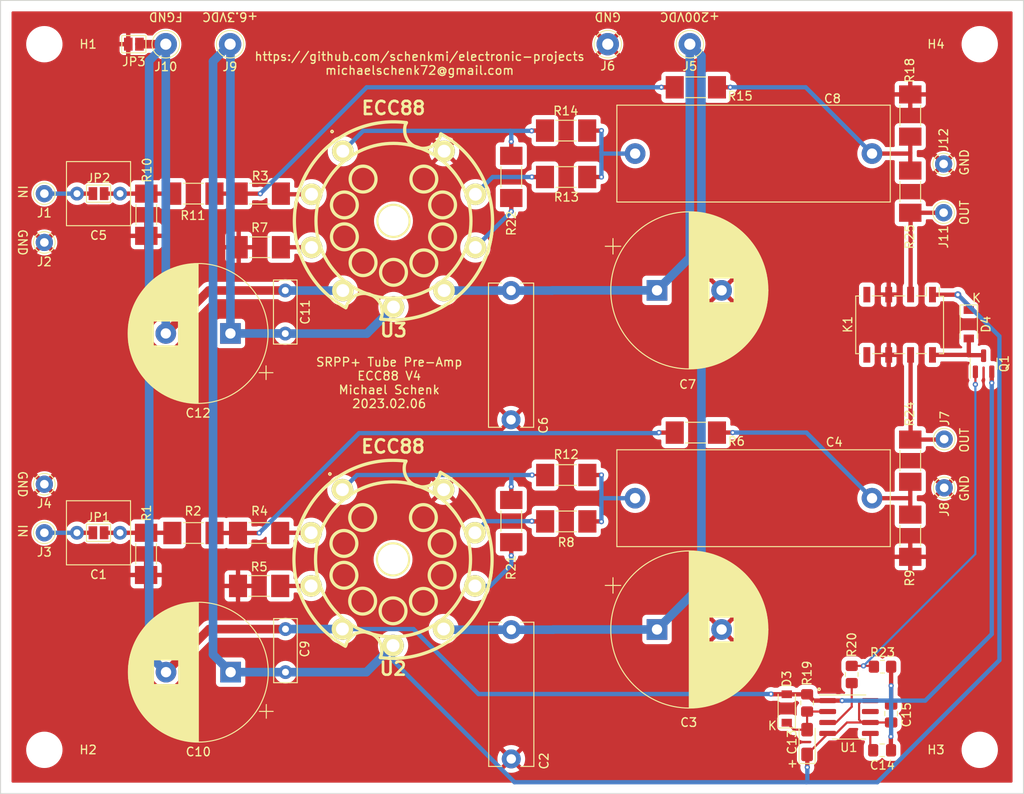
<source format=kicad_pcb>
(kicad_pcb (version 20221018) (generator pcbnew)
  (layers (0 "F.Cu" signal) (31 "B.Cu" signal) (34 "B.Paste" user) (35 "F.Paste" user) (36 "B.SilkS" user "B.Silkscreen") (37 "F.SilkS" user "F.Silkscreen") (38 "B.Mask" user) (39 "F.Mask" user) (44 "Edge.Cuts" user))
  (net 0 "")
  (net 1 "Net-(C1-Pad2)")
  (net 2 "Net-(C1-Pad1)")
  (net 3 "GND")
  (net 4 "VDDA")
  (net 5 "Net-(C4-Pad2)")
  (net 6 "Net-(C4-Pad1)")
  (net 7 "Net-(C8-Pad1)")
  (net 8 "Net-(C5-Pad2)")
  (net 9 "Net-(C5-Pad1)")
  (net 10 "Net-(C8-Pad2)")
  (net 11 "FVCC")
  (net 12 "Net-(R11-Pad1)")
  (net 13 "FGND")
  (net 14 "Net-(R2-Pad1)")
  (net 15 "Net-(R3-Pad2)")
  (net 16 "Net-(R4-Pad2)")
  (net 17 "Net-(C13-Pad2)")
  (net 18 "Net-(C14-Pad1)")
  (net 19 "Net-(D4-Pad2)")
  (net 20 "Net-(J11-Pad1)")
  (net 21 "Net-(Q1-Pad1)")
  (net 22 "Net-(R20-Pad2)")
  (net 23 "Net-(J7-Pad1)")
  (net 27 "Net-(R5-Pad1)")
  (net 28 "Net-(R7-Pad1)")
  (net 29 "Net-(R8-Pad1)")
  (net 30 "Net-(R12-Pad2)")
  (net 31 "Net-(R13-Pad1)")
  (net 32 "Net-(R14-Pad2)")
  (net 33 "Net-(R21-Pad2)")
  (net 34 "Net-(R22-Pad2)")
  (footprint "Capacitor_THT:C_Rect_L7.2mm_W7.2mm_P5.00mm_FKS2_FKP2_MKS2_MKP2" (layer "F.Cu") (at 52.5996 132.9182 180)
    (fp_text reference "C1" (at 2.5 -4.85) (layer "F.SilkS"))
    (fp_text value "3.3uF")
    (pad "1" thru_hole circle (at 0 0 180) (size 1.6 1.6) (drill 0.8) (layers "*.Cu" "*.Mask") (net 2 "Net-(C1-Pad1)"))
    (pad "2" thru_hole circle (at 5 0 180) (size 1.6 1.6) (drill 0.8) (layers "*.Cu" "*.Mask") (net 1 "Net-(C1-Pad2)"))
  )
  (footprint "Capacitor_THT:C_Rect_L16.5mm_W5.0mm_P15.00mm_MKT" (layer "F.Cu") (at 98.0186 144.1704 -90)
    (fp_text reference "C2" (at 15.24 -3.81 90) (layer "F.SilkS"))
    (fp_text value "100nF")
    (pad "1" thru_hole circle (at 0 0 270) (size 2.2 2.2) (drill 1.1) (layers "*.Cu" "*.Mask") (net 4 "VDDA"))
    (pad "2" thru_hole circle (at 15 0 270) (size 2.2 2.2) (drill 1.1) (layers "*.Cu" "*.Mask") (net 3 "GND"))
  )
  (footprint "Capacitor_THT:CP_Radial_D18.0mm_P7.50mm" (layer "F.Cu") (at 114.935 144.145)
    (fp_text reference "C3" (at 3.683 10.795) (layer "F.SilkS"))
    (fp_text value "100uF")
    (pad "1" thru_hole rect (at 0 0) (size 2.4 2.4) (drill 1.2) (layers "*.Cu" "*.Mask") (net 4 "VDDA"))
    (pad "2" thru_hole circle (at 7.5 0) (size 2.4 2.4) (drill 1.2) (layers "*.Cu" "*.Mask") (net 3 "GND"))
  )
  (footprint "Capacitor_THT:C_Rect_L31.5mm_W11.0mm_P27.50mm_MKS4" (layer "F.Cu") (at 139.895 128.905 180)
    (fp_text reference "C4" (at 4.386 6.5024) (layer "F.SilkS"))
    (fp_text value "2.2uF")
    (pad "1" thru_hole circle (at 0 0 180) (size 2.4 2.4) (drill 1.2) (layers "*.Cu" "*.Mask") (net 6 "Net-(C4-Pad1)"))
    (pad "2" thru_hole circle (at 27.5 0 180) (size 2.4 2.4) (drill 1.2) (layers "*.Cu" "*.Mask") (net 5 "Net-(C4-Pad2)"))
  )
  (footprint "MountingHole:MountingHole_3.2mm_M3" (layer "F.Cu") (at 43.815 76.2)
    (fp_text reference "H1" (at 5.08 0) (layer "F.SilkS"))
    (fp_text value "MountingHole")
    (pad "" np_thru_hole circle (at 0 0) (size 3.2 3.2) (drill 3.2) (layers "*.Cu" "*.Mask"))
  )
  (footprint "MountingHole:MountingHole_3.2mm_M3" (layer "F.Cu") (at 43.815 158.115)
    (fp_text reference "H2" (at 5.08 0) (layer "F.SilkS"))
    (fp_text value "MountingHole")
    (pad "" np_thru_hole circle (at 0 0) (size 3.2 3.2) (drill 3.2) (layers "*.Cu" "*.Mask"))
  )
  (footprint "MountingHole:MountingHole_3.2mm_M3" (layer "F.Cu") (at 152.4 158.115)
    (fp_text reference "H3" (at -5.08 0) (layer "F.SilkS"))
    (fp_text value "MountingHole")
    (pad "" np_thru_hole circle (at 0 0) (size 3.2 3.2) (drill 3.2) (layers "*.Cu" "*.Mask"))
  )
  (footprint "MountingHole:MountingHole_3.2mm_M3" (layer "F.Cu") (at 152.4 76.2)
    (fp_text reference "H4" (at -5.08 0) (layer "F.SilkS"))
    (fp_text value "MountingHole")
    (pad "" np_thru_hole circle (at 0 0) (size 3.2 3.2) (drill 3.2) (layers "*.Cu" "*.Mask"))
  )
  (footprint "Connector_Pin:Pin_D1.0mm_L10.0mm" (layer "F.Cu") (at 43.815 132.9182)
    (fp_text reference "J3" (at 0 2.25) (layer "F.SilkS"))
    (fp_text value "Conn_01x01")
    (pad "1" thru_hole circle (at 0 0) (size 2 2) (drill 1) (layers "*.Cu" "*.Mask") (net 1 "Net-(C1-Pad2)"))
  )
  (footprint "Connector_Pin:Pin_D1.0mm_L10.0mm" (layer "F.Cu") (at 43.815 127.2794)
    (fp_text reference "J4" (at 0 2.25) (layer "F.SilkS"))
    (fp_text value "Conn_01x01")
    (pad "1" thru_hole circle (at 0 0) (size 2 2) (drill 1) (layers "*.Cu" "*.Mask") (net 3 "GND"))
  )
  (footprint "Connector_Pin:Pin_D1.3mm_L11.0mm" (layer "F.Cu") (at 118.745 76.2)
    (fp_text reference "J5" (at 0 2.5654) (layer "F.SilkS"))
    (fp_text value "Conn_01x01")
    (pad "1" thru_hole circle (at 0 0) (size 2.6 2.6) (drill 1.3) (layers "*.Cu" "*.Mask") (net 4 "VDDA"))
  )
  (footprint "Connector_Pin:Pin_D1.3mm_L11.0mm" (layer "F.Cu") (at 109.22 76.2)
    (fp_text reference "J6" (at 0 2.54) (layer "F.SilkS"))
    (fp_text value "Conn_01x01")
    (pad "1" thru_hole circle (at 0 0) (size 2.6 2.6) (drill 1.3) (layers "*.Cu" "*.Mask") (net 3 "GND"))
  )
  (footprint "Connector_Pin:Pin_D1.0mm_L10.0mm" (layer "F.Cu") (at 148.2725 127.6985)
    (fp_text reference "J8" (at 0.0275 2.5015 90) (layer "F.SilkS"))
    (fp_text value "Conn_01x01")
    (pad "1" thru_hole circle (at 0 0) (size 2 2) (drill 1) (layers "*.Cu" "*.Mask") (net 3 "GND"))
  )
  (footprint "Resistor_SMD:R_MELF_MMB-0207" (layer "F.Cu") (at 55.626 135.3682 -90)
    (fp_text reference "R1" (at -4.7432 -0.049 -270) (layer "F.SilkS"))
    (fp_text value "1Meg")
    (pad "1" smd rect (at -2.45 0 270) (size 2.1 2.6) (layers "F.Cu" "F.Paste" "F.Mask") (net 2 "Net-(C1-Pad1)"))
    (pad "2" smd rect (at 2.45 0 270) (size 2.1 2.6) (layers "F.Cu" "F.Paste" "F.Mask") (net 3 "GND"))
  )
  (footprint "Resistor_SMD:R_MELF_MMB-0207" (layer "F.Cu") (at 61.124 132.9436 180)
    (fp_text reference "R2" (at 0.05 2.54) (layer "F.SilkS"))
    (fp_text value "10k")
    (pad "1" smd rect (at -2.45 0 180) (size 2.1 2.6) (layers "F.Cu" "F.Paste" "F.Mask") (net 14 "Net-(R2-Pad1)"))
    (pad "2" smd rect (at 2.45 0 180) (size 2.1 2.6) (layers "F.Cu" "F.Paste" "F.Mask") (net 2 "Net-(C1-Pad1)"))
  )
  (footprint "Resistor_SMD:R_MELF_MMB-0207" (layer "F.Cu") (at 68.8224 93.55)
    (fp_text reference "R3" (at 0.05 -2.05) (layer "F.SilkS"))
    (fp_text value "300R")
    (pad "1" smd rect (at -2.45 0) (size 2.1 2.6) (layers "F.Cu" "F.Paste" "F.Mask") (net 12 "Net-(R11-Pad1)"))
    (pad "2" smd rect (at 2.45 0) (size 2.1 2.6) (layers "F.Cu" "F.Paste" "F.Mask") (net 15 "Net-(R3-Pad2)"))
  )
  (footprint "Resistor_SMD:R_MELF_MMB-0207" (layer "F.Cu") (at 68.744 132.9436)
    (fp_text reference "R4" (at 0.05 -2.54) (layer "F.SilkS"))
    (fp_text value "300R")
    (pad "1" smd rect (at -2.45 0) (size 2.1 2.6) (layers "F.Cu" "F.Paste" "F.Mask") (net 14 "Net-(R2-Pad1)"))
    (pad "2" smd rect (at 2.45 0) (size 2.1 2.6) (layers "F.Cu" "F.Paste" "F.Mask") (net 16 "Net-(R4-Pad2)"))
  )
  (footprint "Resistor_SMD:R_MELF_MMB-0207" (layer "F.Cu") (at 68.7462 139.0904 180)
    (fp_text reference "R5" (at -0.0038 2.2154) (layer "F.SilkS"))
    (fp_text value "200R")
    (pad "1" smd rect (at -2.45 0 180) (size 2.1 2.6) (layers "F.Cu" "F.Paste" "F.Mask") (net 27 "Net-(R5-Pad1)"))
    (pad "2" smd rect (at 2.45 0 180) (size 2.1 2.6) (layers "F.Cu" "F.Paste" "F.Mask") (net 3 "GND"))
  )
  (footprint "Resistor_SMD:R_MELF_MMB-0207" (layer "F.Cu") (at 119.4446 121.290735 180)
    (fp_text reference "R6" (at -4.7106 -1.010265) (layer "F.SilkS"))
    (fp_text value "22k")
    (pad "1" smd rect (at -2.45 0 180) (size 2.1 2.6) (layers "F.Cu" "F.Paste" "F.Mask") (net 6 "Net-(C4-Pad1)"))
    (pad "2" smd rect (at 2.45 0 180) (size 2.1 2.6) (layers "F.Cu" "F.Paste" "F.Mask") (net 14 "Net-(R2-Pad1)"))
  )
  (footprint "Resistor_SMD:R_MELF_MMB-0207" (layer "F.Cu") (at 68.8224 99.7712 180)
    (fp_text reference "R7" (at 0.0224 2.2712) (layer "F.SilkS"))
    (fp_text value "200R")
    (pad "1" smd rect (at -2.45 0 180) (size 2.1 2.6) (layers "F.Cu" "F.Paste" "F.Mask") (net 28 "Net-(R7-Pad1)"))
    (pad "2" smd rect (at 2.45 0 180) (size 2.1 2.6) (layers "F.Cu" "F.Paste" "F.Mask") (net 3 "GND"))
  )
  (footprint "Resistor_SMD:R_MELF_MMB-0207" (layer "F.Cu") (at 104.402105 131.5974)
    (fp_text reference "R8" (at -0.0116 2.4384) (layer "F.SilkS"))
    (fp_text value "150R")
    (pad "1" smd rect (at -2.45 0) (size 2.1 2.6) (layers "F.Cu" "F.Paste" "F.Mask") (net 29 "Net-(R8-Pad1)"))
    (pad "2" smd rect (at 2.45 0) (size 2.1 2.6) (layers "F.Cu" "F.Paste" "F.Mask") (net 5 "Net-(C4-Pad2)"))
  )
  (footprint "Resistor_SMD:R_MELF_MMB-0207" (layer "F.Cu") (at 144.3355 133.26 90)
    (fp_text reference "R9" (at -4.916 -0.0635 90) (layer "F.SilkS"))
    (fp_text value "1Meg")
    (pad "1" smd rect (at -2.45 0 90) (size 2.1 2.6) (layers "F.Cu" "F.Paste" "F.Mask") (net 3 "GND"))
    (pad "2" smd rect (at 2.45 0 90) (size 2.1 2.6) (layers "F.Cu" "F.Paste" "F.Mask") (net 6 "Net-(C4-Pad1)"))
  )
  (footprint "Capacitor_THT:C_Rect_L7.2mm_W7.2mm_P5.00mm_FKS2_FKP2_MKS2_MKP2" (layer "F.Cu") (at 52.6034 93.5482 180)
    (fp_text reference "C5" (at 2.5 -4.85) (layer "F.SilkS"))
    (fp_text value "3.3uF")
    (pad "1" thru_hole circle (at 0 0 180) (size 1.6 1.6) (drill 0.8) (layers "*.Cu" "*.Mask") (net 9 "Net-(C5-Pad1)"))
    (pad "2" thru_hole circle (at 5 0 180) (size 1.6 1.6) (drill 0.8) (layers "*.Cu" "*.Mask") (net 8 "Net-(C5-Pad2)"))
  )
  (footprint "Capacitor_THT:C_Rect_L16.5mm_W5.0mm_P15.00mm_MKT" (layer "F.Cu") (at 97.9932 104.8 -90)
    (fp_text reference "C6" (at 15.635 -3.75 90) (layer "F.SilkS"))
    (fp_text value "100nF")
    (pad "1" thru_hole circle (at 0 0 270) (size 2.2 2.2) (drill 1.1) (layers "*.Cu" "*.Mask") (net 4 "VDDA"))
    (pad "2" thru_hole circle (at 15 0 270) (size 2.2 2.2) (drill 1.1) (layers "*.Cu" "*.Mask") (net 3 "GND"))
  )
  (footprint "Capacitor_THT:CP_Radial_D18.0mm_P7.50mm" (layer "F.Cu") (at 114.935 104.775)
    (fp_text reference "C7" (at 3.556 10.922) (layer "F.SilkS"))
    (fp_text value "100uF")
    (pad "1" thru_hole rect (at 0 0) (size 2.4 2.4) (drill 1.2) (layers "*.Cu" "*.Mask") (net 4 "VDDA"))
    (pad "2" thru_hole circle (at 7.5 0) (size 2.4 2.4) (drill 1.2) (layers "*.Cu" "*.Mask") (net 3 "GND"))
  )
  (footprint "Capacitor_THT:C_Rect_L31.5mm_W11.0mm_P27.50mm_MKS4" (layer "F.Cu") (at 139.895 88.9 180)
    (fp_text reference "C8" (at 4.5892 6.3754) (layer "F.SilkS"))
    (fp_text value "2.2uF")
    (pad "1" thru_hole circle (at 0 0 180) (size 2.4 2.4) (drill 1.2) (layers "*.Cu" "*.Mask") (net 7 "Net-(C8-Pad1)"))
    (pad "2" thru_hole circle (at 27.5 0 180) (size 2.4 2.4) (drill 1.2) (layers "*.Cu" "*.Mask") (net 10 "Net-(C8-Pad2)"))
  )
  (footprint "Connector_Pin:Pin_D1.0mm_L10.0mm" (layer "F.Cu") (at 43.815 93.5482)
    (fp_text reference "J1" (at 0 2.25 180) (layer "F.SilkS"))
    (fp_text value "Conn_01x01")
    (pad "1" thru_hole circle (at 0 0) (size 2 2) (drill 1) (layers "*.Cu" "*.Mask") (net 8 "Net-(C5-Pad2)"))
  )
  (footprint "Connector_Pin:Pin_D1.0mm_L10.0mm" (layer "F.Cu") (at 43.815 99.2124)
    (fp_text reference "J2" (at 0 2.25) (layer "F.SilkS"))
    (fp_text value "Conn_01x01")
    (pad "1" thru_hole circle (at 0 0) (size 2 2) (drill 1) (layers "*.Cu" "*.Mask") (net 3 "GND"))
  )
  (footprint "Connector_Pin:Pin_D1.3mm_L11.0mm" (layer "F.Cu") (at 65.3796 76.2)
    (fp_text reference "J9" (at -0.0254 2.6162) (layer "F.SilkS"))
    (fp_text value "Conn_01x01")
    (pad "1" thru_hole circle (at 0 0) (size 2.6 2.6) (drill 1.3) (layers "*.Cu" "*.Mask") (net 11 "FVCC"))
  )
  (footprint "Connector_Pin:Pin_D1.3mm_L11.0mm" (layer "F.Cu") (at 57.912 76.2)
    (fp_text reference "J10" (at 0 2.6162) (layer "F.SilkS"))
    (fp_text value "Conn_01x01")
    (pad "1" thru_hole circle (at 0 0) (size 2.6 2.6) (drill 1.3) (layers "*.Cu" "*.Mask") (net 13 "FGND"))
  )
  (footprint "Connector_Pin:Pin_D1.0mm_L10.0mm" (layer "F.Cu") (at 148.209 95.758)
    (fp_text reference "J11" (at 0 2.8194 90) (layer "F.SilkS"))
    (fp_text value "Conn_01x01")
    (pad "1" thru_hole circle (at 0 0) (size 2 2) (drill 1) (layers "*.Cu" "*.Mask") (net 20 "Net-(J11-Pad1)"))
  )
  (footprint "Connector_Pin:Pin_D1.0mm_L10.0mm" (layer "F.Cu") (at 148.209 90.1065)
    (fp_text reference "J12" (at 0 -2.8321 90) (layer "F.SilkS"))
    (fp_text value "Conn_01x01")
    (pad "1" thru_hole circle (at 0 0) (size 2 2) (drill 1) (layers "*.Cu" "*.Mask") (net 3 "GND"))
  )
  (footprint "Resistor_SMD:R_MELF_MMB-0207" (layer "F.Cu") (at 55.6514 95.9982 -90)
    (fp_text reference "R10" (at -5.1732 -0.0736 -270) (layer "F.SilkS"))
    (fp_text value "1Meg")
    (pad "1" smd rect (at -2.45 0 270) (size 2.1 2.6) (layers "F.Cu" "F.Paste" "F.Mask") (net 9 "Net-(C5-Pad1)"))
    (pad "2" smd rect (at 2.45 0 270) (size 2.1 2.6) (layers "F.Cu" "F.Paste" "F.Mask") (net 3 "GND"))
  )
  (footprint "Resistor_SMD:R_MELF_MMB-0207" (layer "F.Cu") (at 61.1124 93.5482 180)
    (fp_text reference "R11" (at 0.05 -2.54) (layer "F.SilkS"))
    (fp_text value "10k")
    (pad "1" smd rect (at -2.45 0 180) (size 2.1 2.6) (layers "F.Cu" "F.Paste" "F.Mask") (net 12 "Net-(R11-Pad1)"))
    (pad "2" smd rect (at 2.45 0 180) (size 2.1 2.6) (layers "F.Cu" "F.Paste" "F.Mask") (net 9 "Net-(C5-Pad1)"))
  )
  (footprint "Resistor_SMD:R_MELF_MMB-0207" (layer "F.Cu") (at 104.402105 126.2126 180)
    (fp_text reference "R12" (at 0.0116 2.3876) (layer "F.SilkS"))
    (fp_text value "50.1R")
    (pad "1" smd rect (at -2.45 0 180) (size 2.1 2.6) (layers "F.Cu" "F.Paste" "F.Mask") (net 5 "Net-(C4-Pad2)"))
    (pad "2" smd rect (at 2.45 0 180) (size 2.1 2.6) (layers "F.Cu" "F.Paste" "F.Mask") (net 30 "Net-(R12-Pad2)"))
  )
  (footprint "Resistor_SMD:R_MELF_MMB-0207" (layer "F.Cu") (at 104.3824 91.6178)
    (fp_text reference "R13" (at 0.0392 2.3368) (layer "F.SilkS"))
    (fp_text value "150R")
    (pad "1" smd rect (at -2.45 0) (size 2.1 2.6) (layers "F.Cu" "F.Paste" "F.Mask") (net 31 "Net-(R13-Pad1)"))
    (pad "2" smd rect (at 2.45 0) (size 2.1 2.6) (layers "F.Cu" "F.Paste" "F.Mask") (net 10 "Net-(C8-Pad2)"))
  )
  (footprint "Resistor_SMD:R_MELF_MMB-0207" (layer "F.Cu") (at 104.3824 86.233 180)
    (fp_text reference "R14" (at 0.0392 2.286) (layer "F.SilkS"))
    (fp_text value "50.1R")
    (pad "1" smd rect (at -2.45 0 180) (size 2.1 2.6) (layers "F.Cu" "F.Paste" "F.Mask") (net 10 "Net-(C8-Pad2)"))
    (pad "2" smd rect (at 2.45 0 180) (size 2.1 2.6) (layers "F.Cu" "F.Paste" "F.Mask") (net 32 "Net-(R14-Pad2)"))
  )
  (footprint "Resistor_SMD:R_MELF_MMB-0207" (layer "F.Cu") (at 119.4446 81.2038 180)
    (fp_text reference "R15" (at -5.1424 -1.016) (layer "F.SilkS"))
    (fp_text value "22k")
    (pad "1" smd rect (at -2.45 0 180) (size 2.1 2.6) (layers "F.Cu" "F.Paste" "F.Mask") (net 7 "Net-(C8-Pad1)"))
    (pad "2" smd rect (at 2.45 0 180) (size 2.1 2.6) (layers "F.Cu" "F.Paste" "F.Mask") (net 12 "Net-(R11-Pad1)"))
  )
  (footprint "Resistor_SMD:R_MELF_MMB-0207" (layer "F.Cu") (at 144.3355 84.4815 90)
    (fp_text reference "R18" (at 5.2335 -0.0635 90) (layer "F.SilkS"))
    (fp_text value "1Meg")
    (pad "1" smd rect (at -2.45 0 90) (size 2.1 2.6) (layers "F.Cu" "F.Paste" "F.Mask") (net 7 "Net-(C8-Pad1)"))
    (pad "2" smd rect (at 2.45 0 90) (size 2.1 2.6) (layers "F.Cu" "F.Paste" "F.Mask") (net 3 "GND"))
  )
  (footprint "Capacitor_THT:C_Rect_L7.2mm_W2.5mm_P5.00mm_FKS2_FKP2_MKS2_MKP2" (layer "F.Cu") (at 71.8058 149.098 90)
    (fp_text reference "C9" (at 2.698 2.2442 90) (layer "F.SilkS"))
    (fp_text value "100nF")
    (pad "1" thru_hole circle (at 0 0 90) (size 1.6 1.6) (drill 0.8) (layers "*.Cu" "*.Mask") (net 11 "FVCC"))
    (pad "2" thru_hole circle (at 5 0 90) (size 1.6 1.6) (drill 0.8) (layers "*.Cu" "*.Mask") (net 13 "FGND"))
  )
  (footprint "Capacitor_THT:CP_Radial_D16.0mm_P7.50mm" (layer "F.Cu") (at 65.439617 149.098 180)
    (fp_text reference "C10" (at 3.75 -9.25) (layer "F.SilkS"))
    (fp_text value "2200uF")
    (pad "1" thru_hole rect (at 0 0 180) (size 2.4 2.4) (drill 1.2) (layers "*.Cu" "*.Mask") (net 11 "FVCC"))
    (pad "2" thru_hole circle (at 7.5 0 180) (size 2.4 2.4) (drill 1.2) (layers "*.Cu" "*.Mask") (net 13 "FGND"))
  )
  (footprint "Capacitor_THT:C_Rect_L7.2mm_W2.5mm_P5.00mm_FKS2_FKP2_MKS2_MKP2" (layer "F.Cu") (at 71.780385 109.793488 90)
    (fp_text reference "C11" (at 2.493488 2.319615 90) (layer "F.SilkS"))
    (fp_text value "100nF")
    (pad "1" thru_hole circle (at 0 0 90) (size 1.6 1.6) (drill 0.8) (layers "*.Cu" "*.Mask") (net 11 "FVCC"))
    (pad "2" thru_hole circle (at 5 0 90) (size 1.6 1.6) (drill 0.8) (layers "*.Cu" "*.Mask") (net 13 "FGND"))
  )
  (footprint "Capacitor_THT:CP_Radial_D16.0mm_P7.50mm" (layer "F.Cu") (at 65.414217 109.7788 180)
    (fp_text reference "C12" (at 3.75 -9.25) (layer "F.SilkS"))
    (fp_text value "2200uF")
    (pad "1" thru_hole rect (at 0 0 180) (size 2.4 2.4) (drill 1.2) (layers "*.Cu" "*.Mask") (net 11 "FVCC"))
    (pad "2" thru_hole circle (at 7.5 0 180) (size 2.4 2.4) (drill 1.2) (layers "*.Cu" "*.Mask") (net 13 "FGND"))
  )
  (footprint "Relay_SMD:Relay_DPDT_Omron_G6K-2F" (layer "F.Cu") (at 143.1036 108.768 -90)
    (fp_text reference "K1" (at -0.0306 6.0198 -90) (layer "F.SilkS"))
    (fp_text value "G6K-2F-TR DC6")
    (pad "1" smd rect (at -3.5 -3.81 270) (size 1.8 0.8) (layers "F.Cu" "F.Paste" "F.Mask") (net 11 "FVCC"))
    (pad "2" smd rect (at -3.5 -1.27 270) (size 1.8 0.8) (layers "F.Cu" "F.Paste" "F.Mask") (net 20 "Net-(J11-Pad1)"))
    (pad "3" smd rect (at -3.5 1.27 270) (size 1.8 0.8) (layers "F.Cu" "F.Paste" "F.Mask") (net 3 "GND"))
    (pad "4" smd rect (at -3.5 3.81 270) (size 1.8 0.8) (layers "F.Cu" "F.Paste" "F.Mask"))
    (pad "5" smd rect (at 3.5 3.81 270) (size 1.8 0.8) (layers "F.Cu" "F.Paste" "F.Mask"))
    (pad "6" smd rect (at 3.5 1.27 270) (size 1.8 0.8) (layers "F.Cu" "F.Paste" "F.Mask") (net 3 "GND"))
    (pad "7" smd rect (at 3.5 -1.27 270) (size 1.8 0.8) (layers "F.Cu" "F.Paste" "F.Mask") (net 23 "Net-(J7-Pad1)"))
    (pad "8" smd rect (at 3.5 -3.81 270) (size 1.8 0.8) (layers "F.Cu" "F.Paste" "F.Mask") (net 19 "Net-(D4-Pad2)"))
  )
  (footprint "Capacitor_Tantalum_SMD:CP_EIA-3216-12_Kemet-S_Pad1.58x1.35mm_HandSolder" (layer "F.Cu") (at 132.3594 157.2109 90)
    (fp_text reference "C13" (at 0 -1.75 90) (layer "F.SilkS"))
    (fp_text value "15uF/25V")
    (pad "1" smd roundrect (at -1.4375 0 90) (size 1.575 1.35) (layers "F.Cu" "F.Paste" "F.Mask") (roundrect_rratio 0.1851851852) (net 11 "FVCC"))
    (pad "2" smd roundrect (at 1.4375 0 90) (size 1.575 1.35) (layers "F.Cu" "F.Paste" "F.Mask") (roundrect_rratio 0.1851851852) (net 17 "Net-(C13-Pad2)"))
  )
  (footprint "Capacitor_SMD:C_0805_2012Metric_Pad1.18x1.45mm_HandSolder" (layer "F.Cu") (at 141.0677 158.1658)
    (fp_text reference "C14" (at 0.0323 1.7342) (layer "F.SilkS"))
    (fp_text value "100nF/50V")
    (pad "1" smd roundrect (at -1.0375 0) (size 1.175 1.45) (layers "F.Cu" "F.Paste" "F.Mask") (roundrect_rratio 0.2127659574) (net 18 "Net-(C14-Pad1)"))
    (pad "2" smd roundrect (at 1.0375 0) (size 1.175 1.45) (layers "F.Cu" "F.Paste" "F.Mask") (roundrect_rratio 0.2127659574) (net 13 "FGND"))
  )
  (footprint "Capacitor_SMD:C_0805_2012Metric_Pad1.18x1.45mm_HandSolder" (layer "F.Cu") (at 142.113 153.9025 90)
    (fp_text reference "C15" (at -0.1485 1.778 90) (layer "F.SilkS"))
    (fp_text value "100nF/50V")
    (pad "1" smd roundrect (at -1.0375 0 90) (size 1.175 1.45) (layers "F.Cu" "F.Paste" "F.Mask") (roundrect_rratio 0.2127659574) (net 11 "FVCC"))
    (pad "2" smd roundrect (at 1.0375 0 90) (size 1.175 1.45) (layers "F.Cu" "F.Paste" "F.Mask") (roundrect_rratio 0.2127659574) (net 13 "FGND"))
  )
  (footprint "Diode_SMD:D_SOD-123" (layer "F.Cu") (at 129.9972 153.3134 90)
    (fp_text reference "D3" (at 3.429 0 90) (layer "F.SilkS"))
    (fp_text value "1N4148W")
    (pad "1" smd rect (at -1.65 0 90) (size 0.9 1.2) (layers "F.Cu" "F.Paste" "F.Mask") (net 17 "Net-(C13-Pad2)"))
    (pad "2" smd rect (at 1.65 0 90) (size 0.9 1.2) (layers "F.Cu" "F.Paste" "F.Mask") (net 13 "FGND"))
  )
  (footprint "Diode_SMD:D_SOD-123" (layer "F.Cu") (at 151.13 108.712 -90)
    (fp_text reference "D4" (at 0 -2 90) (layer "F.SilkS"))
    (fp_text value "1N4148W")
    (pad "1" smd rect (at -1.65 0 270) (size 0.9 1.2) (layers "F.Cu" "F.Paste" "F.Mask") (net 11 "FVCC"))
    (pad "2" smd rect (at 1.65 0 270) (size 0.9 1.2) (layers "F.Cu" "F.Paste" "F.Mask") (net 19 "Net-(D4-Pad2)"))
  )
  (footprint "Package_TO_SOT_SMD:SOT-23" (layer "F.Cu") (at 152.847 113.3 90)
    (fp_text reference "Q1" (at 0.016 2.3978 90) (layer "F.SilkS"))
    (fp_text value "MMBT3904")
    (pad "1" smd roundrect (at -0.9375 -0.95 90) (size 1.475 0.6) (layers "F.Cu" "F.Paste" "F.Mask") (net 21 "Net-(Q1-Pad1)"))
    (pad "2" smd roundrect (at -0.9375 0.95 90) (size 1.475 0.6) (layers "F.Cu" "F.Paste" "F.Mask") (net 13 "FGND"))
    (pad "3" smd roundrect (at 0.9375 0 90) (size 1.475 0.6) (layers "F.Cu" "F.Paste" "F.Mask") (net 19 "Net-(D4-Pad2)"))
  )
  (footprint "Resistor_SMD:R_0805_2012Metric_Pad1.20x1.40mm_HandSolder" (layer "F.Cu") (at 132.3594 152.67 90)
    (fp_text reference "R19" (at 3.445 0 90) (layer "F.SilkS"))
    (fp_text value "2Meg")
    (pad "1" smd roundrect (at -1 0 90) (size 1.2 1.4) (layers "F.Cu" "F.Paste" "F.Mask") (roundrect_rratio 0.2083333333) (net 17 "Net-(C13-Pad2)"))
    (pad "2" smd roundrect (at 1 0 90) (size 1.2 1.4) (layers "F.Cu" "F.Paste" "F.Mask") (roundrect_rratio 0.2083333333) (net 13 "FGND"))
  )
  (footprint "Resistor_SMD:R_0805_2012Metric_Pad1.20x1.40mm_HandSolder" (layer "F.Cu") (at 137.541 149.368 -90)
    (fp_text reference "R20" (at -3.445 0 90) (layer "F.SilkS"))
    (fp_text value "2.49k")
    (pad "1" smd roundrect (at -1 0 270) (size 1.2 1.4) (layers "F.Cu" "F.Paste" "F.Mask") (roundrect_rratio 0.2083333333) (net 21 "Net-(Q1-Pad1)"))
    (pad "2" smd roundrect (at 1 0 270) (size 1.2 1.4) (layers "F.Cu" "F.Paste" "F.Mask") (roundrect_rratio 0.2083333333) (net 22 "Net-(R20-Pad2)"))
  )
  (footprint "Resistor_SMD:R_0805_2012Metric_Pad1.20x1.40mm_HandSolder" (layer "F.Cu") (at 141.113 148.463)
    (fp_text reference "R23" (at 0 -1.65) (layer "F.SilkS"))
    (fp_text value "2.49k")
    (pad "1" smd roundrect (at -1 0) (size 1.2 1.4) (layers "F.Cu" "F.Paste" "F.Mask") (roundrect_rratio 0.2083333333) (net 21 "Net-(Q1-Pad1)"))
    (pad "2" smd roundrect (at 1 0) (size 1.2 1.4) (layers "F.Cu" "F.Paste" "F.Mask") (roundrect_rratio 0.2083333333) (net 13 "FGND"))
  )
  (footprint "Package_SO:SOIC-8_3.9x4.9mm_P1.27mm" (layer "F.Cu") (at 137.222 154.305)
    (fp_text reference "U1" (at -0.022 3.545) (layer "F.SilkS"))
    (fp_text value "TLC555xD")
    (pad "1" smd roundrect (at -2.475 -1.905) (size 1.95 0.6) (layers "F.Cu" "F.Paste" "F.Mask") (net 13 "FGND"))
    (pad "2" smd roundrect (at -2.475 -0.635) (size 1.95 0.6) (layers "F.Cu" "F.Paste" "F.Mask") (net 17 "Net-(C13-Pad2)"))
    (pad "3" smd roundrect (at -2.475 0.635) (size 1.95 0.6) (layers "F.Cu" "F.Paste" "F.Mask") (net 22 "Net-(R20-Pad2)"))
    (pad "4" smd roundrect (at -2.475 1.905) (size 1.95 0.6) (layers "F.Cu" "F.Paste" "F.Mask") (net 11 "FVCC"))
    (pad "5" smd roundrect (at 2.475 1.905) (size 1.95 0.6) (layers "F.Cu" "F.Paste" "F.Mask") (net 18 "Net-(C14-Pad1)"))
    (pad "6" smd roundrect (at 2.475 0.635) (size 1.95 0.6) (layers "F.Cu" "F.Paste" "F.Mask") (net 11 "FVCC"))
    (pad "7" smd roundrect (at 2.475 -0.635) (size 1.95 0.6) (layers "F.Cu" "F.Paste" "F.Mask"))
    (pad "8" smd roundrect (at 2.475 -1.905) (size 1.95 0.6) (layers "F.Cu" "F.Paste" "F.Mask") (net 11 "FVCC"))
  )
  (footprint "Resistor_SMD:R_MELF_MMB-0207" (layer "F.Cu") (at 144.3355 124.55 -90)
    (fp_text reference "R24" (at -5.424 0.0635 90) (layer "F.SilkS"))
    (fp_text value "470R")
    (pad "1" smd rect (at -2.45 0 270) (size 2.1 2.6) (layers "F.Cu" "F.Paste" "F.Mask") (net 23 "Net-(J7-Pad1)"))
    (pad "2" smd rect (at 2.45 0 270) (size 2.1 2.6) (layers "F.Cu" "F.Paste" "F.Mask") (net 6 "Net-(C4-Pad1)"))
  )
  (footprint "Resistor_SMD:R_MELF_MMB-0207" (layer "F.Cu") (at 144.3355 93.3185 90)
    (fp_text reference "R25" (at -5.2335 -0.0635 90) (layer "F.SilkS"))
    (fp_text value "470R")
    (pad "1" smd rect (at -2.45 0 90) (size 2.1 2.6) (layers "F.Cu" "F.Paste" "F.Mask") (net 20 "Net-(J11-Pad1)"))
    (pad "2" smd rect (at 2.45 0 90) (size 2.1 2.6) (layers "F.Cu" "F.Paste" "F.Mask") (net 7 "Net-(C8-Pad1)"))
  )
  (footprint "Connector_Pin:Pin_D1.0mm_L10.0mm" (layer "F.Cu") (at 148.2725 122.047)
    (fp_text reference "J7" (at 0.0635 -2.413 90) (layer "F.SilkS"))
    (fp_text value "Conn_01x01")
    (pad "1" thru_hole circle (at 0 0) (size 2 2) (drill 1) (layers "*.Cu" "*.Mask") (net 23 "Net-(J7-Pad1)"))
  )
  (footprint "Jumper:SolderJumper-2_P1.3mm_Open_Pad1.0x1.5mm" (layer "F.Cu") (at 54.2036 76.2 180)
    (fp_text reference "JP3" (at 0 -2.032) (layer "F.SilkS"))
    (fp_text value "SolderJumper_2_Open")
    (pad "1" smd rect (at -0.65 0 180) (size 1 1.5) (layers "F.Cu" "F.Mask") (net 13 "FGND"))
    (pad "2" smd rect (at 0.65 0 180) (size 1 1.5) (layers "F.Cu" "F.Mask") (net 3 "GND"))
  )
  (footprint "Jumper:SolderJumper-2_P1.3mm_Open_Pad1.0x1.5mm" (layer "F.Cu") (at 50.0996 132.9182)
    (fp_text reference "JP1" (at 0 -1.8) (layer "F.SilkS"))
    (fp_text value "SolderJumper_2_Open")
    (pad "1" smd rect (at -0.65 0) (size 1 1.5) (layers "F.Cu" "F.Mask") (net 1 "Net-(C1-Pad2)"))
    (pad "2" smd rect (at 0.65 0) (size 1 1.5) (layers "F.Cu" "F.Mask") (net 2 "Net-(C1-Pad1)"))
  )
  (footprint "Jumper:SolderJumper-2_P1.3mm_Open_Pad1.0x1.5mm" (layer "F.Cu") (at 50.1034 93.5482)
    (fp_text reference "JP2" (at 0 -1.8) (layer "F.SilkS"))
    (fp_text value "SolderJumper_2_Open")
    (pad "1" smd rect (at -0.65 0) (size 1 1.5) (layers "F.Cu" "F.Mask") (net 8 "Net-(C5-Pad2)"))
    (pad "2" smd rect (at 0.65 0) (size 1 1.5) (layers "F.Cu" "F.Mask") (net 9 "Net-(C5-Pad1)"))
  )
  (footprint "Resistor_SMD:R_MELF_MMB-0207" (layer "F.Cu") (at 98.0186 91.6062 -90)
    (fp_text reference "R22" (at 5.3938 -0.0064 90) (layer "F.SilkS"))
    (fp_text value "300R")
    (pad "1" smd rect (at -2.45 0 270) (size 2.1 2.6) (layers "F.Cu" "F.Paste" "F.Mask") (net 32 "Net-(R14-Pad2)"))
    (pad "2" smd rect (at 2.45 0 270) (size 2.1 2.6) (layers "F.Cu" "F.Paste" "F.Mask") (net 34 "Net-(R22-Pad2)"))
  )
  (footprint "w_vacuum:socket_gzc9-b" (layer "F.Cu") (at 84.29244 136.0043 180)
    (fp_text reference "U2" (at 0 -12.7 180) (layer "F.SilkS") (effects (font (size 1.524 1.524) (thickness 0.3048))))
    (fp_text value "ECC88" (at 0 13.09878 180) (layer "F.SilkS") (effects (font (size 1.524 1.524) (thickness 0.3048))))
    (pad "" np_thru_hole circle (at 0 0 180) (size 3.49758 3.49758) (drill 3.49758) (layers "*.Cu" "*.Mask" "F.SilkS"))
    (pad "1" thru_hole circle (at 5.87756 8.0899 180) (size 2.49936 2.49936) (drill 1.4986) (layers "*.Cu" "*.Mask" "F.SilkS") (net 30 "Net-(R12-Pad2)"))
    (pad "2" thru_hole circle (at 9.50976 3.0861 180) (size 2.49936 2.49936) (drill 1.4986) (layers "*.Cu" "*.Mask" "F.SilkS") (net 16 "Net-(R4-Pad2)"))
    (pad "3" thru_hole circle (at 9.50976 -3.0861 180) (size 2.49936 2.49936) (drill 1.4986) (layers "*.Cu" "*.Mask" "F.SilkS") (net 27 "Net-(R5-Pad1)"))
    (pad "4" thru_hole circle (at 5.87756 -8.0899 180) (size 2.49936 2.49936) (drill 1.4986) (layers "*.Cu" "*.Mask" "F.SilkS") (net 13 "FGND"))
    (pad "5" thru_hole circle (at 0 -9.99998 180) (size 2.49936 2.49936) (drill 1.4986) (layers "*.Cu" "*.Mask" "F.SilkS") (net 11 "FVCC"))
    (pad "6" thru_hole circle (at -5.87756 -8.0899 180) (size 2.49936 2.49936) (drill 1.4986) (layers "*.Cu" "*.Mask" "F.SilkS") (net 4 "VDDA"))
    (pad "7" thru_hole circle (at -9.50976 -3.0861 180) (size 2.49936 2.49936) (drill 1.4986) (layers "*.Cu" "*.Mask" "F.SilkS") (net 33 "Net-(R21-Pad2)"))
    (pad "8" thru_hole circle (at -9.50976 3.0861 180) (size 2.49936 2.49936) (drill 1.4986) (layers "*.Cu" "*.Mask" "F.SilkS") (net 29 "Net-(R8-Pad1)"))
    (pad "9" thru_hole circle (at -5.87756 8.0899 180) (size 2.49936 2.49936) (drill 1.4986) (layers "*.Cu" "*.Mask" "F.SilkS") (net 3 "GND"))
  )
  (footprint "w_vacuum:socket_gzc9-b" (layer "F.Cu") (at 84.34324 96.7101 180)
    (fp_text reference "U3" (at 0 -12.7 180) (layer "F.SilkS") (effects (font (size 1.524 1.524) (thickness 0.3048))))
    (fp_text value "ECC88" (at 0 13.09878 180) (layer "F.SilkS") (effects (font (size 1.524 1.524) (thickness 0.3048))))
    (pad "" np_thru_hole circle (at 0 0 180) (size 3.49758 3.49758) (drill 3.49758) (layers "*.Cu" "*.Mask" "F.SilkS"))
    (pad "1" thru_hole circle (at 5.87756 8.0899 180) (size 2.49936 2.49936) (drill 1.4986) (layers "*.Cu" "*.Mask" "F.SilkS") (net 32 "Net-(R14-Pad2)"))
    (pad "2" thru_hole circle (at 9.50976 3.0861 180) (size 2.49936 2.49936) (drill 1.4986) (layers "*.Cu" "*.Mask" "F.SilkS") (net 15 "Net-(R3-Pad2)"))
    (pad "3" thru_hole circle (at 9.50976 -3.0861 180) (size 2.49936 2.49936) (drill 1.4986) (layers "*.Cu" "*.Mask" "F.SilkS") (net 28 "Net-(R7-Pad1)"))
    (pad "4" thru_hole circle (at 5.87756 -8.0899 180) (size 2.49936 2.49936) (drill 1.4986) (layers "*.Cu" "*.Mask" "F.SilkS") (net 13 "FGND"))
    (pad "5" thru_hole circle (at 0 -9.99998 180) (size 2.49936 2.49936) (drill 1.4986) (layers "*.Cu" "*.Mask" "F.SilkS") (net 11 "FVCC"))
    (pad "6" thru_hole circle (at -5.87756 -8.0899 180) (size 2.49936 2.49936) (drill 1.4986) (layers "*.Cu" "*.Mask" "F.SilkS") (net 4 "VDDA"))
    (pad "7" thru_hole circle (at -9.50976 -3.0861 180) (size 2.49936 2.49936) (drill 1.4986) (layers "*.Cu" "*.Mask" "F.SilkS") (net 34 "Net-(R22-Pad2)"))
    (pad "8" thru_hole circle (at -9.50976 3.0861 180) (size 2.49936 2.49936) (drill 1.4986) (layers "*.Cu" "*.Mask" "F.SilkS") (net 31 "Net-(R13-Pad1)"))
    (pad "9" thru_hole circle (at -5.87756 8.0899 180) (size 2.49936 2.49936) (drill 1.4986) (layers "*.Cu" "*.Mask" "F.SilkS") (net 3 "GND"))
  )
  (footprint "Resistor_SMD:R_MELF_MMB-0207" (layer "F.Cu") (at 98.0186 131.5604 -90)
    (fp_text reference "R21" (at 5.3896 0.0186 90) (layer "F.SilkS"))
    (fp_text value "300R")
    (pad "1" smd rect (at -2.45 0 270) (size 2.1 2.6) (layers "F.Cu" "F.Paste" "F.Mask") (net 30 "Net-(R12-Pad2)"))
    (pad "2" smd rect (at 2.45 0 270) (size 2.1 2.6) (layers "F.Cu" "F.Paste" "F.Mask") (net 33 "Net-(R21-Pad2)"))
  )
  (gr_line (start 38.735 71.12) (end 157.48 71.12) (stroke (width 0.1)) (layer "Edge.Cuts"))
  (gr_line (start 157.48 71.12) (end 157.48 163.195) (stroke (width 0.1)) (layer "Edge.Cuts"))
  (gr_line (start 38.735 163.195) (end 38.735 71.12) (stroke (width 0.1)) (layer "Edge.Cuts"))
  (gr_line (start 157.48 163.195) (end 38.735 163.195) (stroke (width 0.1)) (layer "Edge.Cuts"))
  (gr_text "IN" (at 41.275 132.715 270) (layer "F.SilkS") (effects (font (size 1 1))))
  (gr_text "GND" (at 41.275 127.2794 270) (layer "F.SilkS") (effects (font (size 1 1))))
  (gr_text "GND" (at 41.275 99.2124 270) (layer "F.SilkS") (effects (font (size 1 1))))
  (gr_text "GND" (at 150.622 89.916 90) (layer "F.SilkS") (effects (font (size 1 1))))
  (gr_text "GND" (at 150.622 127.762 90) (layer "F.SilkS") (effects (font (size 1 1))))
  (gr_text "OUT" (at 150.622 122.174 90) (layer "F.SilkS") (effects (font (size 1 1))))
  (gr_text "OUT" (at 150.622 95.758 90) (layer "F.SilkS") (effects (font (size 1 1))))
  (gr_text "+200VDC" (at 118.745 73.025 180) (layer "F.SilkS") (effects (font (size 1 1))))
  (gr_text "+6.3VDC" (at 65.3796 73.025 180) (layer "F.SilkS") (effects (font (size 1 1))))
  (gr_text "GND" (at 109.22 73.025 180) (layer "F.SilkS") (effects (font (size 1 1))))
  (gr_text "FGND" (at 57.912 73.025 180) (layer "F.SilkS") (effects (font (size 1 1))))
  (gr_text "K" (at 152.019 105.664) (layer "F.SilkS") (effects (font (size 1 1))))
  (gr_text "°" (at 76.962 126.492) (layer "F.SilkS") (effects (font (size 1 1))))
  (gr_text "°" (at 77.216 86.741) (layer "F.SilkS") (effects (font (size 1 1))))
  (gr_text "K" (at 128.3208 155.321) (layer "F.SilkS") (effects (font (size 1 1))))
  (gr_text "°" (at 133.7564 151.4856) (layer "F.SilkS") (effects (font (size 1 1))))
  (gr_text "SRPP+ Tube Pre-Amp\nECC88 V4\nMichael Schenk\n2023.02.06" (at 83.8454 115.5192) (layer "F.SilkS") (effects (font (size 1 1))))
  (gr_text "IN" (at 41.275 93.345 270) (layer "F.SilkS") (effects (font (size 1 1))))
  (gr_text "https://github.com/schenkmi/electronic-projects\nmichaelschenk72@gmail.com" (at 87.376 78.4352) (layer "F.SilkS") (effects (font (size 1 1))))
  (gr_text "+" (at 130.6576 159.6644) (layer "F.SilkS") (effects (font (size 1 1))))
  (segment (start 49.4496 132.9182) (end 47.5996 132.9182) (width 0.5) (layer "F.Cu") (net 1))
  (segment (start 47.5996 132.9182) (end 43.815 132.9182) (width 0.5) (layer "B.Cu") (net 1))
  (segment (start 52.5996 132.9182) (end 50.7496 132.9182) (width 0.5) (layer "F.Cu") (net 2))
  (segment (start 52.5996 132.9182) (end 55.626 132.9182) (width 0.5) (layer "F.Cu") (net 2))
  (segment (start 58.6486 132.9182) (end 58.674 132.9436) (width 0.5) (layer "F.Cu") (net 2))
  (segment (start 55.626 132.9182) (end 58.6486 132.9182) (width 0.5) (layer "F.Cu") (net 2))
  (segment (start 102.87 144.1704) (end 90.2462 144.1704) (width 1) (layer "B.Cu") (net 4))
  (segment (start 120.0912 77.5462) (end 118.745 76.2) (width 1) (layer "B.Cu") (net 4))
  (segment (start 114.935 144.145) (end 102.8954 144.145) (width 1) (layer "B.Cu") (net 4))
  (segment (start 114.935 104.775) (end 118.745 100.965) (width 1) (layer "B.Cu") (net 4))
  (segment (start 120.0912 138.9888) (end 120.0912 77.5462) (width 1) (layer "B.Cu") (net 4))
  (segment (start 102.75 104.8) (end 90.2208 104.8) (width 1) (layer "B.Cu") (net 4))
  (segment (start 114.935 104.775) (end 102.775 104.775) (width 1) (layer "B.Cu") (net 4))
  (segment (start 114.935 144.145) (end 120.0912 138.9888) (width 1) (layer "B.Cu") (net 4))
  (segment (start 118.745 100.965) (end 118.745 76.2) (width 1) (layer "B.Cu") (net 4))
  (segment (start 106.852105 126.2126) (end 108.4834 126.2126) (width 0.5) (layer "F.Cu") (net 5))
  (segment (start 106.852105 131.5974) (end 108.458 131.5974) (width 0.5) (layer "F.Cu") (net 5))
  (segment (start 108.458 131.5974) (end 108.4834 131.6228) (width 0.5) (layer "F.Cu") (net 5))
  (via (at 108.4834 131.6228) (size 0.6) (drill 0.3) (layers "F.Cu" "B.Cu") (net 5))
  (via (at 108.4834 126.2126) (size 0.6) (drill 0.3) (layers "F.Cu" "B.Cu") (net 5))
  (segment (start 112.395 128.905) (end 108.6104 128.905) (width 0.5) (layer "B.Cu") (net 5))
  (segment (start 108.4834 129.032) (end 108.4834 126.2126) (width 0.5) (layer "B.Cu") (net 5))
  (segment (start 108.4834 131.6228) (end 108.4834 129.032) (width 0.5) (layer "B.Cu") (net 5))
  (segment (start 108.6104 128.905) (end 108.4834 129.032) (width 0.5) (layer "B.Cu") (net 5))
  (segment (start 123.7234 121.285) (end 121.900335 121.285) (width 0.5) (layer "F.Cu") (net 6))
  (segment (start 139.895 128.905) (end 144.272 128.905) (width 0.5) (layer "F.Cu") (net 6))
  (segment (start 144.3355 130.81) (end 144.3355 127) (width 0.5) (layer "F.Cu") (net 6))
  (segment (start 121.900335 121.285) (end 121.8946 121.290735) (width 0.5) (layer "F.Cu") (net 6))
  (via (at 123.7234 121.285) (size 0.6) (drill 0.3) (layers "F.Cu" "B.Cu") (net 6))
  (segment (start 123.7234 121.285) (end 132.275 121.285) (width 0.5) (layer "B.Cu") (net 6))
  (segment (start 139.895 128.905) (end 132.275 121.285) (width 0.5) (layer "B.Cu") (net 6))
  (segment (start 144.272 88.9) (end 144.3355 88.8365) (width 0.5) (layer "F.Cu") (net 7))
  (segment (start 139.895 88.9) (end 144.272 88.9) (width 0.5) (layer "F.Cu") (net 7))
  (segment (start 121.8946 81.2038) (end 123.444 81.2038) (width 0.5) (layer "F.Cu") (net 7))
  (segment (start 144.3355 88.8365) (end 144.3355 90.8685) (width 0.5) (layer "F.Cu") (net 7))
  (segment (start 144.3355 86.9315) (end 144.3355 88.8365) (width 0.5) (layer "F.Cu") (net 7))
  (via (at 123.444 81.2038) (size 0.6) (drill 0.3) (layers "F.Cu" "B.Cu") (net 7))
  (segment (start 132.1988 81.2038) (end 139.895 88.9) (width 0.5) (layer "B.Cu") (net 7))
  (segment (start 123.444 81.2038) (end 132.1988 81.2038) (width 0.5) (layer "B.Cu") (net 7))
  (segment (start 49.4534 93.5482) (end 47.6034 93.5482) (width 0.5) (layer "F.Cu") (net 8))
  (segment (start 47.6034 93.5482) (end 43.815 93.5482) (width 0.5) (layer "B.Cu") (net 8))
  (segment (start 55.6514 93.5482) (end 52.6034 93.5482) (width 0.5) (layer "F.Cu") (net 9))
  (segment (start 58.6624 93.5482) (end 55.6514 93.5482) (width 0.5) (layer "F.Cu") (net 9))
  (segment (start 52.6034 93.5482) (end 50.7534 93.5482) (width 0.5) (layer "F.Cu") (net 9))
  (segment (start 106.8324 86.233) (end 108.4834 86.233) (width 0.5) (layer "F.Cu") (net 10))
  (segment (start 106.8324 91.6178) (end 108.4834 91.6178) (width 0.5) (layer "F.Cu") (net 10))
  (via (at 108.4834 86.233) (size 0.6) (drill 0.3) (layers "F.Cu" "B.Cu") (net 10))
  (via (at 108.4834 91.6178) (size 0.6) (drill 0.3) (layers "F.Cu" "B.Cu") (net 10))
  (segment (start 112.395 88.9) (end 108.6358 88.9) (width 0.5) (layer "B.Cu") (net 10))
  (segment (start 108.6358 88.9) (end 108.4834 88.7476) (width 0.5) (layer "B.Cu") (net 10))
  (segment (start 108.4834 91.6178) (end 108.4834 88.7476) (width 0.5) (layer "B.Cu") (net 10))
  (segment (start 108.4834 88.7476) (end 108.4834 86.233) (width 0.5) (layer "B.Cu") (net 10))
  (segment (start 151.13 107.062) (end 151.13 106.553) (width 0.5) (layer "F.Cu") (net 11))
  (segment (start 132.3848 160.147) (end 132.3848 158.6738) (width 0.5) (layer "F.Cu") (net 11))
  (segment (start 151.13 106.553) (end 149.86 105.283) (width 0.5) (layer "F.Cu") (net 11))
  (segment (start 138.39699 152.72501) (end 138.39699 154.61499) (width 0.25) (layer "F.Cu") (net 11))
  (segment (start 138.722 154.94) (end 139.697 154.94) (width 0.25) (layer "F.Cu") (net 11))
  (segment (start 136.992 154.94) (end 139.697 154.94) (width 0.25) (layer "F.Cu") (net 11))
  (segment (start 139.697 152.4) (end 138.722 152.4) (width 0.25) (layer "F.Cu") (net 11))
  (segment (start 149.86 105.283) (end 146.9286 105.283) (width 0.5) (layer "F.Cu") (net 11))
  (segment (start 132.3848 158.6738) (end 132.3594 158.6484) (width 0.5) (layer "F.Cu") (net 11))
  (segment (start 134.747 156.21) (end 135.722 156.21) (width 0.25) (layer "F.Cu") (net 11))
  (segment (start 138.722 152.4) (end 138.39699 152.72501) (width 0.25) (layer "F.Cu") (net 11))
  (segment (start 142.113 154.94) (end 139.697 154.94) (width 0.25) (layer "F.Cu") (net 11))
  (segment (start 132.3594 158.6484) (end 134.747 156.2608) (width 0.25) (layer "F.Cu") (net 11))
  (segment (start 135.722 156.21) (end 136.992 154.94) (width 0.25) (layer "F.Cu") (net 11))
  (segment (start 138.39699 154.61499) (end 138.722 154.94) (width 0.25) (layer "F.Cu") (net 11))
  (via (at 132.3848 160.147) (size 0.6) (drill 0.3) (layers "F.Cu" "B.Cu") (net 11))
  (via (at 149.86 105.283) (size 0.8) (drill 0.4) (layers "F.Cu" "B.Cu") (net 11))
  (segment (start 81.19872 149.098) (end 84.29244 146.00428) (width 1) (layer "B.Cu") (net 11))
  (segment (start 81.259832 109.793488) (end 84.34324 106.71008) (width 1) (layer "B.Cu") (net 11))
  (segment (start 132.3848 161.7726) (end 132.2832 161.8742) (width 0.5) (layer "B.Cu") (net 11))
  (segment (start 65.414217 109.7788) (end 71.765697 109.7788) (width 1) (layer "B.Cu") (net 11))
  (segment (start 71.765697 109.7788) (end 71.780385 109.793488) (width 1) (layer "B.Cu") (net 11))
  (segment (start 65.3796 76.2) (end 63.3984 78.1812) (width 1) (layer "B.Cu") (net 11))
  (segment (start 63.3984 147.056783) (end 65.439617 149.098) (width 1) (layer "B.Cu") (net 11))
  (segment (start 71.780385 109.793488) (end 81.259832 109.793488) (width 1) (layer "B.Cu") (net 11))
  (segment (start 65.414217 109.7788) (end 65.414217 76.234617) (width 1) (layer "B.Cu") (net 11))
  (segment (start 132.2832 161.8742) (end 140.5128 161.8742) (width 0.5) (layer "B.Cu") (net 11))
  (segment (start 154.686 110.109) (end 149.86 105.283) (width 0.5) (layer "B.Cu") (net 11))
  (segment (start 71.8058 149.098) (end 81.19872 149.098) (width 1) (layer "B.Cu") (net 11))
  (segment (start 132.3848 160.147) (end 132.3848 161.7726) (width 0.5) (layer "B.Cu") (net 11))
  (segment (start 98.395046 161.8742) (end 132.2832 161.8742) (width 0.5) (layer "B.Cu") (net 11))
  (segment (start 154.686 147.701) (end 154.686 110.109) (width 0.5) (layer "B.Cu") (net 11))
  (segment (start 63.3984 78.1812) (end 63.3984 147.056783) (width 1) (layer "B.Cu") (net 11))
  (segment (start 65.439617 149.098) (end 71.8058 149.098) (width 1) (layer "B.Cu") (net 11))
  (segment (start 84.29244 147.771594) (end 98.395046 161.8742) (width 0.5) (layer "B.Cu") (net 11))
  (segment (start 84.29244 146.00428) (end 84.29244 147.771594) (width 0.5) (layer "B.Cu") (net 11))
  (segment (start 65.414217 76.234617) (end 65.3796 76.2) (width 1) (layer "B.Cu") (net 11))
  (segment (start 140.5128 161.8742) (end 154.686 147.701) (width 0.5) (layer "B.Cu") (net 11))
  (segment (start 66.3724 93.55) (end 68.883 93.55) (width 0.5) (layer "F.Cu") (net 12))
  (segment (start 66.3724 93.55) (end 63.5642 93.55) (width 0.5) (layer "F.Cu") (net 12))
  (segment (start 68.883 93.55) (end 68.8848 93.5482) (width 0.5) (layer "F.Cu") (net 12))
  (segment (start 116.9946 81.2038) (end 115.443 81.2038) (width 0.5) (layer "F.Cu") (net 12))
  (segment (start 63.5642 93.55) (end 63.5624 93.5482) (width 0.5) (layer "F.Cu") (net 12))
  (via (at 68.8848 93.5482) (size 0.6) (drill 0.3) (layers "F.Cu" "B.Cu") (net 12))
  (via (at 115.443 81.2038) (size 0.6) (drill 0.3) (layers "F.Cu" "B.Cu") (net 12))
  (segment (start 68.8848 93.5482) (end 81.2292 81.2038) (width 0.5) (layer "B.Cu") (net 12))
  (segment (start 81.2292 81.2038) (end 115.443 81.2038) (width 0.5) (layer "B.Cu") (net 12))
  (segment (start 153.797 115.5192) (end 153.797 114.3) (width 0.5) (layer "F.Cu") (net 13))
  (segment (start 71.8058 144.098) (end 62.939617 144.098) (width 1) (layer "F.Cu") (net 13))
  (segment (start 62.939617 144.098) (end 57.939617 149.098) (width 1) (layer "F.Cu") (net 13))
  (segment (start 134.747 152.4) (end 136.4234 152.4) (width 0.5) (layer "F.Cu") (net 13))
  (segment (start 71.780385 104.793488) (end 62.899529 104.793488) (width 1) (layer "F.Cu") (net 13))
  (segment (start 142.113 150.6728) (end 142.113 148.463) (width 0.5) (layer "F.Cu") (net 13))
  (segment (start 134.747 152.4) (end 133.0894 152.4) (width 0.5) (layer "F.Cu") (net 13))
  (segment (start 62.899529 104.793488) (end 57.914217 109.7788) (width 1) (layer "F.Cu") (net 13))
  (segment (start 142.113 152.865) (end 142.113 150.6728) (width 0.5) (layer "F.Cu") (net 13))
  (segment (start 128.1938 151.6634) (end 128.1684 151.638) (width 0.5) (layer "F.Cu") (net 13))
  (segment (start 132.3594 151.67) (end 130.0038 151.67) (width 0.5) (layer "F.Cu") (net 13))
  (segment (start 129.9972 151.6634) (end 128.1938 151.6634) (width 0.5) (layer "F.Cu") (net 13))
  (segment (start 57.912 76.2) (end 54.8536 76.2) (width 1) (layer "F.Cu") (net 13))
  (segment (start 133.0894 152.4) (end 132.3594 151.67) (width 0.5) (layer "F.Cu") (net 13))
  (segment (start 142.0876 156.5656) (end 142.0876 158.1482) (width 0.5) (layer "F.Cu") (net 13))
  (via (at 142.0876 156.5656) (size 0.6) (drill 0.3) (layers "F.Cu" "B.Cu") (net 13))
  (via (at 128.1684 151.638) (size 0.6) (drill 0.3) (layers "F.Cu" "B.Cu") (net 13))
  (via (at 153.797 115.5192) (size 0.6) (drill 0.3) (layers "F.Cu" "B.Cu") (net 13))
  (via (at 136.4234 152.4) (size 0.6) (drill 0.3) (layers "F.Cu" "B.Cu") (net 13))
  (via (at 142.113 150.6728) (size 0.6) (drill 0.3) (layers "F.Cu" "B.Cu") (net 13))
  (segment (start 57.912 76.2) (end 55.9816 78.1304) (width 1) (layer "B.Cu") (net 13))
  (segment (start 57.914217 76.202217) (end 57.912 76.2) (width 1) (layer "B.Cu") (net 13))
  (segment (start 78.41488 144.0942) (end 86.6648 144.0942) (width 0.5) (layer "B.Cu") (net 13))
  (segment (start 142.113 152.4) (end 146.0754 152.4) (width 0.5) (layer "B.Cu") (net 13))
  (segment (start 55.9816 147.139983) (end 57.939617 149.098) (width 1) (layer "B.Cu") (net 13))
  (segment (start 86.6648 144.0942) (end 94.2086 151.638) (width 0.5) (layer "B.Cu") (net 13))
  (segment (start 142.113 152.4) (end 142.113 150.6728) (width 0.5) (layer "B.Cu") (net 13))
  (segment (start 136.4234 152.4) (end 142.113 152.4) (width 0.5) (layer "B.Cu") (net 13))
  (segment (start 153.797 144.6784) (end 153.797 115.5192) (width 0.5) (layer "B.Cu") (net 13))
  (segment (start 78.41488 144.0942) (end 71.8096 144.0942) (width 1) (layer "B.Cu") (net 13))
  (segment (start 146.0754 152.4) (end 153.6446 144.8308) (width 0.5) (layer "B.Cu") (net 13))
  (segment (start 71.8096 144.0942) (end 71.8058 144.098) (width 1) (layer "B.Cu") (net 13))
  (segment (start 142.113 152.4) (end 142.113 156.5402) (width 0.5) (layer "B.Cu") (net 13))
  (segment (start 128.1684 151.638) (end 94.2086 151.638) (width 0.5) (layer "B.Cu") (net 13))
  (segment (start 55.9816 78.1304) (end 55.9816 147.139983) (width 1) (layer "B.Cu") (net 13))
  (segment (start 71.786897 104.8) (end 71.780385 104.793488) (width 1) (layer "B.Cu") (net 13))
  (segment (start 142.113 156.5402) (end 142.0876 156.5656) (width 0.5) (layer "B.Cu") (net 13))
  (segment (start 78.46568 104.8) (end 71.786897 104.8) (width 1) (layer "B.Cu") (net 13))
  (segment (start 153.6446 144.8308) (end 153.797 144.6784) (width 0.5) (layer "B.Cu") (net 13))
  (segment (start 57.914217 109.7788) (end 57.914217 76.202217) (width 1) (layer "B.Cu") (net 13))
  (segment (start 66.294 132.9436) (end 68.7578 132.9436) (width 0.5) (layer "F.Cu") (net 14))
  (segment (start 116.9946 121.290735) (end 115.169335 121.290735) (width 0.5) (layer "F.Cu") (net 14))
  (segment (start 115.169335 121.290735) (end 115.1636 121.285) (width 0.5) (layer "F.Cu") (net 14))
  (segment (start 63.574 132.9436) (end 66.294 132.9436) (width 0.5) (layer "F.Cu") (net 14))
  (via (at 68.7578 132.9436) (size 0.6) (drill 0.3) (layers "F.Cu" "B.Cu") (net 14))
  (via (at 115.1636 121.285) (size 0.6) (drill 0.3) (layers "F.Cu" "B.Cu") (net 14))
  (segment (start 80.3514 121.35) (end 115.0986 121.35) (width 0.5) (layer "B.Cu") (net 14))
  (segment (start 68.7578 132.9436) (end 80.3514 121.35) (width 0.5) (layer "B.Cu") (net 14))
  (segment (start 115.0986 121.35) (end 115.1636 121.285) (width 0.5) (layer "B.Cu") (net 14))
  (segment (start 74.83348 93.624) (end 71.3464 93.624) (width 0.5) (layer "F.Cu") (net 15))
  (segment (start 74.78268 132.9182) (end 71.2194 132.9182) (width 0.5) (layer "F.Cu") (net 16))
  (segment (start 132.3594 155.7734) (end 132.3594 153.67) (width 0.25) (layer "F.Cu") (net 17))
  (segment (start 129.9972 154.9634) (end 130.812 155.7782) (width 0.25) (layer "F.Cu") (net 17))
  (segment (start 132.3594 153.67) (end 134.747 153.67) (width 0.25) (layer "F.Cu") (net 17))
  (segment (start 130.812 155.7782) (end 132.3546 155.7782) (width 0.25) (layer "F.Cu") (net 17))
  (segment (start 139.697 156.21) (end 139.697 157.8326) (width 0.25) (layer "F.Cu") (net 18))
  (segment (start 151.13 112.2685) (end 151.0985 112.3) (width 0.5) (layer "F.Cu") (net 19))
  (segment (start 151.13 110.362) (end 151.13 112.2685) (width 0.5) (layer "F.Cu") (net 19))
  (segment (start 152.847 112.3) (end 151.0985 112.3) (width 0.5) (layer "F.Cu") (net 19))
  (segment (start 151.13 112.2685) (end 151.1295 112.268) (width 0.5) (layer "F.Cu") (net 19))
  (segment (start 151.1295 112.268) (end 146.9136 112.268) (width 0.5) (layer "F.Cu") (net 19))
  (segment (start 144.3355 95.7685) (end 148.1985 95.7685) (width 0.5) (layer "F.Cu") (net 20))
  (segment (start 144.3736 105.268) (end 144.3736 95.8066) (width 0.5) (layer "F.Cu") (net 20))
  (segment (start 138.906 148.368) (end 140.018 148.368) (width 0.25) (layer "F.Cu") (net 21))
  (segment (start 137.541 148.368) (end 138.906 148.368) (width 0.25) (layer "F.Cu") (net 21))
  (segment (start 151.897 115.692) (end 151.892 115.697) (width 0.25) (layer "F.Cu") (net 21))
  (segment (start 151.897 114.3) (end 151.897 115.692) (width 0.25) (layer "F.Cu") (net 21))
  (via (at 151.892 115.697) (size 0.6) (drill 0.3) (layers "F.Cu" "B.Cu") (net 21))
  (via (at 138.906 148.368) (size 0.6) (drill 0.3) (layers "F.Cu" "B.Cu") (net 21))
  (segment (start 151.892 135.382) (end 138.906 148.368) (width 0.25) (layer "B.Cu") (net 21))
  (segment (start 151.892 115.697) (end 151.892 135.382) (width 0.25) (layer "B.Cu") (net 21))
  (segment (start 134.747 154.94) (end 135.722 154.94) (width 0.25) (layer "F.Cu") (net 22))
  (segment (start 135.722 154.94) (end 137.541 153.121) (width 0.25) (layer "F.Cu") (net 22))
  (segment (start 137.541 153.121) (end 137.541 150.368) (width 0.25) (layer "F.Cu") (net 22))
  (segment (start 144.3736 112.268) (end 144.3736 122.0619) (width 0.5) (layer "F.Cu") (net 23))
  (segment (start 144.3355 122.1) (end 148.2195 122.1) (width 0.5) (layer "F.Cu") (net 23))
  (segment (start 71.1962 139.0904) (end 74.78268 139.0904) (width 0.5) (layer "F.Cu") (net 27))
  (segment (start 71.2724 99.7712) (end 74.80848 99.7712) (width 0.5) (layer "F.Cu") (net 28))
  (segment (start 74.80848 99.7712) (end 74.83348 99.7962) (width 0.5) (layer "F.Cu") (net 28))
  (segment (start 101.952105 131.5974) (end 100.4316 131.5974) (width 0.5) (layer "F.Cu") (net 29))
  (segment (start 100.4316 131.5974) (end 100.4062 131.572) (width 0.5) (layer "F.Cu") (net 29))
  (via (at 100.4062 131.572) (size 0.6) (drill 0.3) (layers "F.Cu" "B.Cu") (net 29))
  (segment (start 100.4062 131.572) (end 95.1484 131.572) (width 0.5) (layer "B.Cu") (net 29))
  (segment (start 95.1484 131.572) (end 93.8022 132.9182) (width 0.5) (layer "B.Cu") (net 29))
  (segment (start 98.0186 129.1104) (end 98.0186 127.5588) (width 0.5) (layer "F.Cu") (net 30))
  (segment (start 101.952105 126.2126) (end 100.4316 126.2126) (width 0.25) (layer "F.Cu") (net 30))
  (via (at 100.4316 126.2126) (size 0.6) (drill 0.3) (layers "F.Cu" "B.Cu") (net 30))
  (via (at 98.0186 127.5588) (size 0.6) (drill 0.3) (layers "F.Cu" "B.Cu") (net 30))
  (segment (start 80.11668 126.2126) (end 97.8916 126.2126) (width 0.5) (layer "B.Cu") (net 30))
  (segment (start 97.8916 126.2126) (end 100.4316 126.2126) (width 0.5) (layer "B.Cu") (net 30))
  (segment (start 98.0186 126.3396) (end 97.8916 126.2126) (width 0.5) (layer "B.Cu") (net 30))
  (segment (start 78.41488 127.9144) (end 80.11668 126.2126) (width 0.5) (layer "B.Cu") (net 30))
  (segment (start 98.0186 127.5588) (end 98.0186 126.3396) (width 0.5) (layer "B.Cu") (net 30))
  (segment (start 101.9324 91.6178) (end 100.4062 91.6178) (width 0.5) (layer "F.Cu") (net 31))
  (via (at 100.4062 91.6178) (size 0.6) (drill 0.3) (layers "F.Cu" "B.Cu") (net 31))
  (segment (start 100.4062 91.6178) (end 95.8592 91.6178) (width 0.5) (layer "B.Cu") (net 31))
  (segment (start 95.8592 91.6178) (end 93.853 93.624) (width 0.5) (layer "B.Cu") (net 31))
  (segment (start 98.0186 89.1562) (end 98.0186 87.503) (width 0.5) (layer "F.Cu") (net 32))
  (segment (start 101.9324 86.233) (end 100.4062 86.233) (width 0.5) (layer "F.Cu") (net 32))
  (segment (start 100.4062 86.233) (end 100.3808 86.2584) (width 0.5) (layer "F.Cu") (net 32))
  (via (at 98.0186 87.503) (size 0.6) (drill 0.3) (layers "F.Cu" "B.Cu") (net 32))
  (via (at 100.3808 86.2584) (size 0.6) (drill 0.3) (layers "F.Cu" "B.Cu") (net 32))
  (segment (start 100.3808 86.2584) (end 97.8916 86.2584) (width 0.5) (layer "B.Cu") (net 32))
  (segment (start 97.8916 86.2584) (end 80.82748 86.2584) (width 0.5) (layer "B.Cu") (net 32))
  (segment (start 98.0186 86.3854) (end 97.8916 86.2584) (width 0.5) (layer "B.Cu") (net 32))
  (segment (start 98.0186 87.503) (end 98.0186 86.3854) (width 0.5) (layer "B.Cu") (net 32))
  (segment (start 80.82748 86.2584) (end 78.46568 88.6202) (width 0.5) (layer "B.Cu") (net 32))
  (segment (start 98.0186 134.0104) (end 98.0186 135.5598) (width 0.5) (layer "F.Cu") (net 33))
  (via (at 98.0186 135.5598) (size 0.6) (drill 0.3) (layers "F.Cu" "B.Cu") (net 33))
  (segment (start 95.5802 139.0904) (end 98.0186 136.652) (width 0.5) (layer "B.Cu") (net 33))
  (segment (start 98.0186 136.652) (end 98.0186 135.5598) (width 0.5) (layer "B.Cu") (net 33))
  (segment (start 93.8022 139.0904) (end 95.5802 139.0904) (width 0.5) (layer "B.Cu") (net 33))
  (segment (start 98.0186 94.0562) (end 98.0186 95.6056) (width 0.5) (layer "F.Cu") (net 34))
  (via (at 98.0186 95.6056) (size 0.6) (drill 0.3) (layers "F.Cu" "B.Cu") (net 34))
  (segment (start 98.0186 95.6056) (end 98.0186 95.6306) (width 0.5) (layer "B.Cu") (net 34))
  (segment (start 98.0186 95.6306) (end 93.853 99.7962) (width 0.5) (layer "B.Cu") (net 34))
  (zone (net 3) (net_name "GND") (layer "F.Cu") (connect_pads (clearance 0.508)) (min_thickness 0.254) (fill yes (thermal_gap 0.508) (thermal_bridge_width 0.508))
    (polygon (pts (xy 156.21 161.925) (xy 40.005 161.925) (xy 40.005 72.39) (xy 156.21 72.39)))
  )
)
</source>
